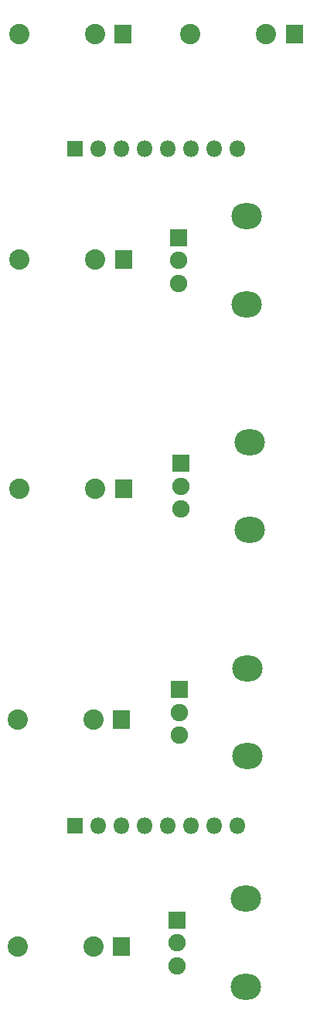
<source format=gbr>
G04 #@! TF.GenerationSoftware,KiCad,Pcbnew,5.1.6-1.fc31*
G04 #@! TF.CreationDate,2020-06-18T16:59:41-04:00*
G04 #@! TF.ProjectId,ChordArrayGUI,43686f72-6441-4727-9261-794755492e6b,rev?*
G04 #@! TF.SameCoordinates,Original*
G04 #@! TF.FileFunction,Soldermask,Top*
G04 #@! TF.FilePolarity,Negative*
%FSLAX46Y46*%
G04 Gerber Fmt 4.6, Leading zero omitted, Abs format (unit mm)*
G04 Created by KiCad (PCBNEW 5.1.6-1.fc31) date 2020-06-18 16:59:41*
%MOMM*%
%LPD*%
G01*
G04 APERTURE LIST*
%ADD10O,1.800000X1.800000*%
%ADD11R,1.800000X1.800000*%
%ADD12C,2.230000*%
%ADD13R,1.930000X2.030000*%
%ADD14R,1.900000X1.900000*%
%ADD15C,1.900000*%
%ADD16O,3.340000X2.820000*%
G04 APERTURE END LIST*
D10*
G04 #@! TO.C,J9*
X125780000Y-109500000D03*
X123240000Y-109500000D03*
X120700000Y-109500000D03*
X118160000Y-109500000D03*
X115620000Y-109500000D03*
X113080000Y-109500000D03*
X110540000Y-109500000D03*
D11*
X108000000Y-109500000D03*
G04 #@! TD*
D10*
G04 #@! TO.C,J8*
X125780000Y-35500000D03*
X123240000Y-35500000D03*
X120700000Y-35500000D03*
X118160000Y-35500000D03*
X115620000Y-35500000D03*
X113080000Y-35500000D03*
X110540000Y-35500000D03*
D11*
X108000000Y-35500000D03*
G04 #@! TD*
D12*
G04 #@! TO.C,J1*
X101850000Y-23000000D03*
D13*
X113250000Y-23000000D03*
D12*
X110150000Y-23000000D03*
G04 #@! TD*
G04 #@! TO.C,J3*
X128900000Y-23000000D03*
D13*
X132000000Y-23000000D03*
D12*
X120600000Y-23000000D03*
G04 #@! TD*
G04 #@! TO.C,J4*
X101900000Y-47600000D03*
D13*
X113300000Y-47600000D03*
D12*
X110200000Y-47600000D03*
G04 #@! TD*
G04 #@! TO.C,J5*
X101884000Y-72700000D03*
D13*
X113284000Y-72700000D03*
D12*
X110184000Y-72700000D03*
G04 #@! TD*
G04 #@! TO.C,J6*
X110000000Y-97900000D03*
D13*
X113100000Y-97900000D03*
D12*
X101700000Y-97900000D03*
G04 #@! TD*
G04 #@! TO.C,J7*
X110000000Y-122700000D03*
D13*
X113100000Y-122700000D03*
D12*
X101700000Y-122700000D03*
G04 #@! TD*
D14*
G04 #@! TO.C,RV2*
X119300000Y-45200000D03*
D15*
X119300000Y-47700000D03*
X119300000Y-50200000D03*
D16*
X126800000Y-52500000D03*
X126800000Y-42900000D03*
G04 #@! TD*
D14*
G04 #@! TO.C,RV3*
X119600000Y-69900000D03*
D15*
X119600000Y-72400000D03*
X119600000Y-74900000D03*
D16*
X127100000Y-77200000D03*
X127100000Y-67600000D03*
G04 #@! TD*
G04 #@! TO.C,RV4*
X126900000Y-92300000D03*
X126900000Y-101900000D03*
D15*
X119400000Y-99600000D03*
X119400000Y-97100000D03*
D14*
X119400000Y-94600000D03*
G04 #@! TD*
D16*
G04 #@! TO.C,RV5*
X126700000Y-117500000D03*
X126700000Y-127100000D03*
D15*
X119200000Y-124800000D03*
X119200000Y-122300000D03*
D14*
X119200000Y-119800000D03*
G04 #@! TD*
M02*

</source>
